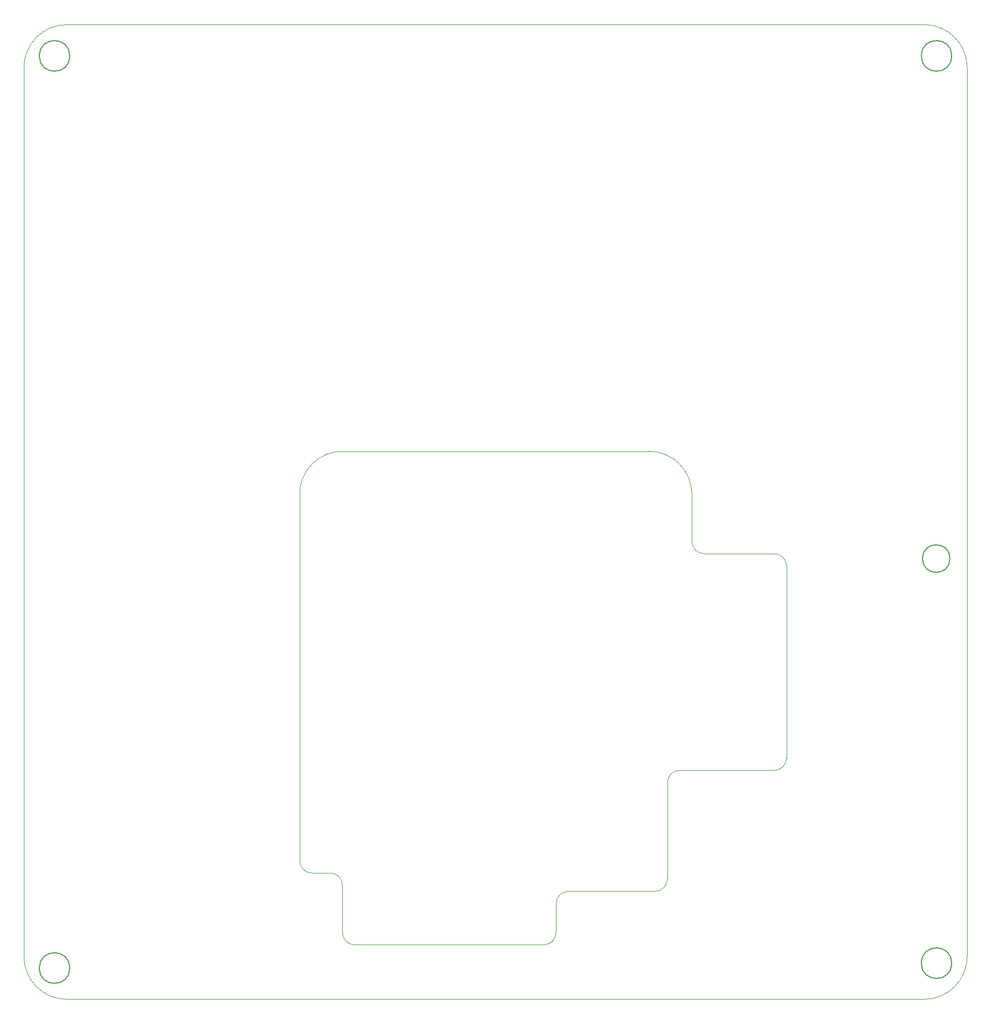
<source format=gko>
G75*
G70*
%OFA0B0*%
%FSLAX25Y25*%
%IPPOS*%
%LPD*%
%AMOC8*
5,1,8,0,0,1.08239X$1,22.5*
%
%ADD23C,0.00787*%
%ADD31C,0.00394*%
X0000000Y0000000D02*
%LPD*%
G01*
D31*
X0606299Y0027560D02*
X0606299Y0598426D01*
X0578740Y0000000D02*
G75*
G03*
X0606299Y0027560I0000000J0027559D01*
G01*
D23*
X0596456Y0023229D02*
G75*
G03*
X0576771Y0023229I-009843J0000000D01*
G01*
X0576771Y0023229D02*
G75*
G03*
X0596456Y0023229I0009843J0000000D01*
G01*
X0596456Y0605906D02*
G75*
G03*
X0576771Y0605906I-009843J0000000D01*
G01*
X0576771Y0605906D02*
G75*
G03*
X0596456Y0605906I0009843J0000000D01*
G01*
D31*
X0606299Y0598426D02*
G75*
G03*
X0578740Y0625985I-027559J0000000D01*
G01*
D23*
X0029527Y0605906D02*
G75*
G03*
X0009842Y0605906I-009843J0000000D01*
G01*
X0009842Y0605906D02*
G75*
G03*
X0029527Y0605906I0009843J0000000D01*
G01*
X0595278Y0283071D02*
G75*
G03*
X0577562Y0283071I-008858J0000000D01*
G01*
X0577562Y0283071D02*
G75*
G03*
X0595278Y0283071I0008858J0000000D01*
G01*
D31*
X0578740Y0625985D02*
X0027559Y0625985D01*
D23*
X0029527Y0020079D02*
G75*
G03*
X0009842Y0020079I-009843J0000000D01*
G01*
X0009842Y0020079D02*
G75*
G03*
X0029527Y0020079I0009843J0000000D01*
G01*
D31*
X0027559Y0000001D02*
X0578740Y0000001D01*
X0000000Y0598426D02*
X0000000Y0027560D01*
X0000000Y0027560D02*
G75*
G03*
X0027559Y0000001I0027559J0000000D01*
G01*
X0027559Y0625985D02*
G75*
G03*
X0000000Y0598426I0000000J-027559D01*
G01*
X0177214Y0154921D02*
X0177165Y0089026D01*
X0177214Y0154921D02*
X0177214Y0324410D01*
X0185039Y0081152D02*
X0196850Y0081152D01*
X0204724Y0073278D02*
X0204724Y0042914D01*
X0334251Y0035089D02*
X0212598Y0035040D01*
X0342125Y0042963D02*
X0342125Y0061468D01*
X0349999Y0069342D02*
X0405748Y0069341D01*
X0401822Y0351969D02*
X0204773Y0351969D01*
X0413633Y0139173D02*
X0413622Y0077215D01*
X0421507Y0147047D02*
X0482332Y0147047D01*
X0429381Y0324410D02*
X0429381Y0294095D01*
X0482332Y0286221D02*
X0437255Y0286221D01*
X0490206Y0154921D02*
X0490206Y0278347D01*
X0204773Y0351969D02*
G75*
G03*
X0177214Y0324410I0000000J-027559D01*
G01*
X0177165Y0089026D02*
G75*
G03*
X0185039Y0081152I0007874J0000000D01*
G01*
X0204724Y0073278D02*
G75*
G03*
X0196850Y0081152I-007874J0000000D01*
G01*
X0204724Y0042914D02*
G75*
G03*
X0212598Y0035040I0007874J0000000D01*
G01*
X0349999Y0069342D02*
G75*
G03*
X0342125Y0061468I0000000J-007874D01*
G01*
X0334251Y0035089D02*
G75*
G03*
X0342125Y0042963I0000000J0007874D01*
G01*
X0429381Y0324410D02*
G75*
G03*
X0401822Y0351969I-027559J0000001D01*
G01*
X0405748Y0069341D02*
G75*
G03*
X0413622Y0077215I0000000J0007874D01*
G01*
X0421507Y0147047D02*
G75*
G03*
X0413633Y0139173I0000000J-007874D01*
G01*
X0429381Y0294095D02*
G75*
G03*
X0437255Y0286221I0007874J0000000D01*
G01*
X0490206Y0278347D02*
G75*
G03*
X0482332Y0286221I-007874J0000000D01*
G01*
X0482332Y0147047D02*
G75*
G03*
X0490206Y0154921I0000000J0007874D01*
G01*
X0108268Y0031939D02*
G01*
G75*
M02*

</source>
